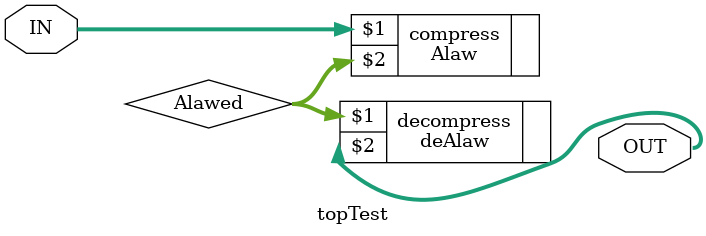
<source format=v>
module topTest(IN, OUT);
input [11:0] IN;
output [11:0] OUT;

wire [7:0] Alawed;

Alaw compress(IN, Alawed);
deAlaw decompress(Alawed, OUT);


endmodule

</source>
